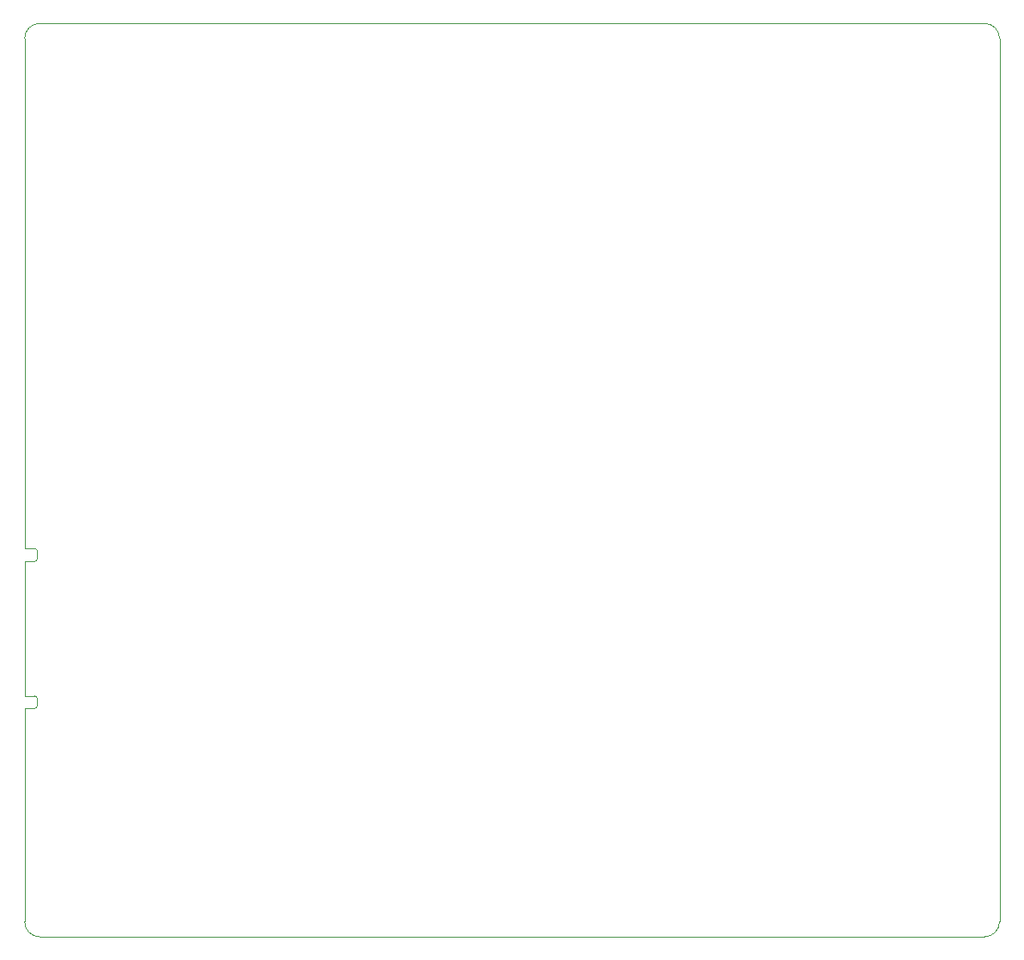
<source format=gbr>
%TF.GenerationSoftware,KiCad,Pcbnew,8.0.8*%
%TF.CreationDate,2025-03-28T17:49:42+01:00*%
%TF.ProjectId,mcu,6d63752e-6b69-4636-9164-5f7063625858,rev?*%
%TF.SameCoordinates,PX47868c0PY8583b00*%
%TF.FileFunction,Profile,NP*%
%FSLAX46Y46*%
G04 Gerber Fmt 4.6, Leading zero omitted, Abs format (unit mm)*
G04 Created by KiCad (PCBNEW 8.0.8) date 2025-03-28 17:49:42*
%MOMM*%
%LPD*%
G01*
G04 APERTURE LIST*
%TA.AperFunction,Profile*%
%ADD10C,0.050000*%
%TD*%
G04 APERTURE END LIST*
D10*
X96000000Y1500000D02*
G75*
G02*
X94500000Y0I-1500000J0D01*
G01*
X1250000Y37250000D02*
G75*
G02*
X1000000Y37000000I-250000J0D01*
G01*
X1500000Y0D02*
G75*
G02*
X0Y1500000I0J1500000D01*
G01*
X0Y37000000D02*
X1000000Y37000000D01*
X1250000Y38000000D02*
X1250000Y37250000D01*
X0Y88500000D02*
X0Y38250000D01*
X0Y22500000D02*
X1000000Y22500000D01*
X96000000Y88500000D02*
X96000000Y1500000D01*
X94500000Y90000000D02*
G75*
G02*
X96000000Y88500000I0J-1500000D01*
G01*
X1000000Y23750000D02*
G75*
G02*
X1250000Y23500000I0J-250000D01*
G01*
X0Y38250000D02*
X1000000Y38250000D01*
X0Y88500000D02*
G75*
G02*
X1500000Y90000000I1500000J0D01*
G01*
X0Y37000000D02*
X0Y23750000D01*
X1250000Y23500000D02*
X1250000Y22750000D01*
X1250000Y22750000D02*
G75*
G02*
X1000000Y22500000I-250000J0D01*
G01*
X1000000Y38250000D02*
G75*
G02*
X1250000Y38000000I0J-250000D01*
G01*
X1500000Y90000000D02*
X94500000Y90000000D01*
X0Y22500000D02*
X0Y1500000D01*
X0Y23750000D02*
X1000000Y23750000D01*
X94500000Y0D02*
X1500000Y0D01*
M02*

</source>
